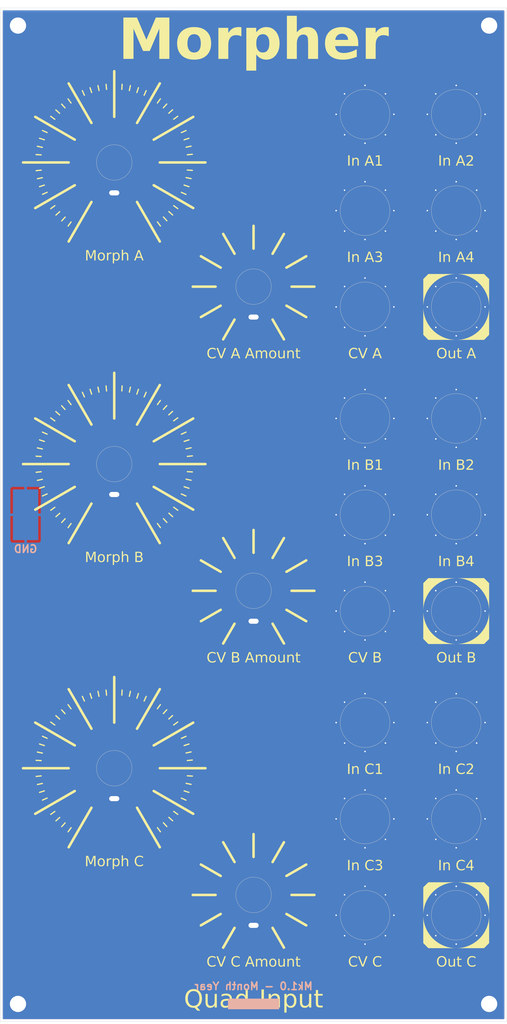
<source format=kicad_pcb>
(kicad_pcb (version 20240108) (generator "pcbnew") (generator_version "8.0")
  (title_block (title "Kosmo Format Front Panel - 10 cm") (company "DMH Instruments"))
  (layers (0 "F.Cu" signal) (31 "B.Cu" signal) (34 "B.Paste" user) (35 "F.Paste" user) (36 "B.SilkS" user "B.Silkscreen") (37 "F.SilkS" user "F.Silkscreen") (38 "B.Mask" user) (39 "F.Mask" user) (44 "Edge.Cuts" user))
  (property "Function" "")
  (net 0 "")
  (net 1 "GND")
  (footprint "SynthStuff:Pot_Cutout_Tiny" (layer "F.Cu") (at 100 205)
    (property "Reference" "H25")
    (property "Value" "CV C Amount" (at 0 13.3 0) (layer "F.SilkS") (effects (font (size 2 2))))
    (fp_line (start -7.499998 0) (end -12 0) (stroke (width 0.5)) (layer "F.SilkS"))
    (fp_line (start -6.49301 -3.753771) (end -10.394285 -5.996567) (stroke (width 0.5)) (layer "F.SilkS"))
    (fp_line (start -6.49301 3.753772) (end -10.394227 5.996669) (stroke (width 0.5)) (layer "F.SilkS"))
    (fp_line (start -3.753772 -6.49301) (end -5.996669 -10.394227) (stroke (width 0.5)) (layer "F.SilkS"))
    (fp_line (start -3.753771 6.49301) (end -5.996567 10.394285) (stroke (width 0.5)) (layer "F.SilkS"))
    (fp_line (start 0 -7.5) (end 0 -12) (stroke (width 0.5)) (layer "F.SilkS"))
    (fp_line (start 3.753771 -6.49301) (end 5.996567 -10.394285) (stroke (width 0.5)) (layer "F.SilkS"))
    (fp_line (start 3.753772 6.49301) (end 5.996669 10.394227) (stroke (width 0.5)) (layer "F.SilkS"))
    (fp_line (start 6.49301 -3.753772) (end 10.394227 -5.996669) (stroke (width 0.5)) (layer "F.SilkS"))
    (fp_line (start 6.49301 3.753771) (end 10.394285 5.996567) (stroke (width 0.5)) (layer "F.SilkS"))
    (fp_line (start 7.5 0) (end 12 0) (stroke (width 0.5)) (layer "F.SilkS"))
    (fp_circle (center 0 0) (end 0 3.5) (stroke (width 0.05)) (fill none) (layer "Edge.Cuts"))
    (pad "1" connect circle (at 0 0) (size 12 12) (layers "F.Cu" "F.Mask") (net 1 "GND"))
    (pad "1" connect circle (at 0 0) (size 12 12) (layers "B.Cu" "B.Mask") (net 1 "GND"))
    (pad "1" thru_hole oval (at 0 6) (size 2.5 1.5) (drill oval 2 1) (layers "*.Cu" "*.Mask") (net 1 "GND"))
  )
  (footprint "SynthStuff:MountingHole_Rails" (layer "F.Cu") (at 53.5 226.5)
    (property "Reference" "H3")
    (property "Value" "MountingHole_Rails" (hide yes))
    (pad "1" thru_hole circle (at 0 0) (size 4 4) (drill 3.2) (layers "*.Cu" "*.Mask") (net 1 "GND"))
  )
  (footprint "SynthStuff:Pot_Cutout_Tiny" (layer "F.Cu") (at 100 85)
    (property "Reference" "H13")
    (property "Value" "CV A Amount" (at 0 13.3 0) (layer "F.SilkS") (effects (font (size 2 2))))
    (fp_line (start -7.499998 0) (end -12 0) (stroke (width 0.5)) (layer "F.SilkS"))
    (fp_line (start -6.49301 -3.753771) (end -10.394285 -5.996567) (stroke (width 0.5)) (layer "F.SilkS"))
    (fp_line (start -6.49301 3.753772) (end -10.394227 5.996669) (stroke (width 0.5)) (layer "F.SilkS"))
    (fp_line (start -3.753772 -6.49301) (end -5.996669 -10.394227) (stroke (width 0.5)) (layer "F.SilkS"))
    (fp_line (start -3.753771 6.49301) (end -5.996567 10.394285) (stroke (width 0.5)) (layer "F.SilkS"))
    (fp_line (start 0 -7.5) (end 0 -12) (stroke (width 0.5)) (layer "F.SilkS"))
    (fp_line (start 3.753771 -6.49301) (end 5.996567 -10.394285) (stroke (width 0.5)) (layer "F.SilkS"))
    (fp_line (start 3.753772 6.49301) (end 5.996669 10.394227) (stroke (width 0.5)) (layer "F.SilkS"))
    (fp_line (start 6.49301 -3.753772) (end 10.394227 -5.996669) (stroke (width 0.5)) (layer "F.SilkS"))
    (fp_line (start 6.49301 3.753771) (end 10.394285 5.996567) (stroke (width 0.5)) (layer "F.SilkS"))
    (fp_line (start 7.5 0) (end 12 0) (stroke (width 0.5)) (layer "F.SilkS"))
    (fp_circle (center 0 0) (end 0 3.5) (stroke (width 0.05)) (fill none) (layer "Edge.Cuts"))
    (pad "1" connect circle (at 0 0) (size 12 12) (layers "F.Cu" "F.Mask") (net 1 "GND"))
    (pad "1" connect circle (at 0 0) (size 12 12) (layers "B.Cu" "B.Mask") (net 1 "GND"))
    (pad "1" thru_hole oval (at 0 6) (size 2.5 1.5) (drill oval 2 1) (layers "*.Cu" "*.Mask") (net 1 "GND"))
  )
  (footprint "SynthStuff:Jack_6.35mm_Cutout_v3" (layer "F.Cu") (at 140 51)
    (property "Reference" "H11")
    (property "Value" "In A2" (at 0 9.3 0) (layer "F.SilkS") (effects (font (size 2 2))))
    (fp_circle (center 0 0) (end 0 -4.9) (stroke (width 0.05)) (fill none) (layer "Edge.Cuts"))
    (pad "1" thru_hole circle (at -5.7 0) (size 0.5 0.5) (drill 0.3) (layers "*.Cu" "*.Mask") (net 1 "GND"))
    (pad "1" thru_hole circle (at -4.04 -4.03) (size 0.5 0.5) (drill 0.3) (layers "*.Cu" "*.Mask") (net 1 "GND"))
    (pad "1" thru_hole circle (at -4.03 4.04) (size 0.5 0.5) (drill 0.3) (layers "*.Cu" "*.Mask") (net 1 "GND"))
    (pad "1" thru_hole circle (at 0 -5.7) (size 0.5 0.5) (drill 0.3) (layers "*.Cu" "*.Mask") (net 1 "GND"))
    (pad "1" connect circle (at 0 0) (size 12 12) (layers "F.Cu" "F.Mask") (net 1 "GND"))
    (pad "1" connect circle (at 0 0) (size 12 12) (layers "B.Cu" "B.Mask") (net 1 "GND"))
    (pad "1" thru_hole circle (at 0 5.7) (size 0.5 0.5) (drill 0.3) (layers "*.Cu" "*.Mask") (net 1 "GND"))
    (pad "1" thru_hole circle (at 4.03 4.04) (size 0.5 0.5) (drill 0.3) (layers "*.Cu" "*.Mask") (net 1 "GND"))
    (pad "1" thru_hole circle (at 4.04 -4.03) (size 0.5 0.5) (drill 0.3) (layers "*.Cu" "*.Mask") (net 1 "GND"))
    (pad "1" thru_hole circle (at 5.7 0) (size 0.5 0.5) (drill 0.3) (layers "*.Cu" "*.Mask") (net 1 "GND"))
  )
  (footprint "SynthStuff:Jack_6.35mm_Cutout_v3" (layer "F.Cu") (at 122 130)
    (property "Reference" "H17")
    (property "Value" "In B3" (at 0 9.3 0) (layer "F.SilkS") (effects (font (size 2 2))))
    (fp_circle (center 0 0) (end 0 -4.9) (stroke (width 0.05)) (fill none) (layer "Edge.Cuts"))
    (pad "1" thru_hole circle (at -5.7 0) (size 0.5 0.5) (drill 0.3) (layers "*.Cu" "*.Mask") (net 1 "GND"))
    (pad "1" thru_hole circle (at -4.04 -4.03) (size 0.5 0.5) (drill 0.3) (layers "*.Cu" "*.Mask") (net 1 "GND"))
    (pad "1" thru_hole circle (at -4.03 4.04) (size 0.5 0.5) (drill 0.3) (layers "*.Cu" "*.Mask") (net 1 "GND"))
    (pad "1" thru_hole circle (at 0 -5.7) (size 0.5 0.5) (drill 0.3) (layers "*.Cu" "*.Mask") (net 1 "GND"))
    (pad "1" connect circle (at 0 0) (size 12 12) (layers "F.Cu" "F.Mask") (net 1 "GND"))
    (pad "1" connect circle (at 0 0) (size 12 12) (layers "B.Cu" "B.Mask") (net 1 "GND"))
    (pad "1" thru_hole circle (at 0 5.7) (size 0.5 0.5) (drill 0.3) (layers "*.Cu" "*.Mask") (net 1 "GND"))
    (pad "1" thru_hole circle (at 4.03 4.04) (size 0.5 0.5) (drill 0.3) (layers "*.Cu" "*.Mask") (net 1 "GND"))
    (pad "1" thru_hole circle (at 4.04 -4.03) (size 0.5 0.5) (drill 0.3) (layers "*.Cu" "*.Mask") (net 1 "GND"))
    (pad "1" thru_hole circle (at 5.7 0) (size 0.5 0.5) (drill 0.3) (layers "*.Cu" "*.Mask") (net 1 "GND"))
  )
  (footprint "SynthStuff:Jack_6.35mm_Cutout_v3" (layer "F.Cu") (at 140 190)
    (property "Reference" "H28")
    (property "Value" "In C4" (at 0 9.3 0) (layer "F.SilkS") (effects (font (size 2 2))))
    (fp_circle (center 0 0) (end 0 -4.9) (stroke (width 0.05)) (fill none) (layer "Edge.Cuts"))
    (pad "1" thru_hole circle (at -5.7 0) (size 0.5 0.5) (drill 0.3) (layers "*.Cu" "*.Mask") (net 1 "GND"))
    (pad "1" thru_hole circle (at -4.04 -4.03) (size 0.5 0.5) (drill 0.3) (layers "*.Cu" "*.Mask") (net 1 "GND"))
    (pad "1" thru_hole circle (at -4.03 4.04) (size 0.5 0.5) (drill 0.3) (layers "*.Cu" "*.Mask") (net 1 "GND"))
    (pad "1" thru_hole circle (at 0 -5.7) (size 0.5 0.5) (drill 0.3) (layers "*.Cu" "*.Mask") (net 1 "GND"))
    (pad "1" connect circle (at 0 0) (size 12 12) (layers "F.Cu" "F.Mask") (net 1 "GND"))
    (pad "1" connect circle (at 0 0) (size 12 12) (layers "B.Cu" "B.Mask") (net 1 "GND"))
    (pad "1" thru_hole circle (at 0 5.7) (size 0.5 0.5) (drill 0.3) (layers "*.Cu" "*.Mask") (net 1 "GND"))
    (pad "1" thru_hole circle (at 4.03 4.04) (size 0.5 0.5) (drill 0.3) (layers "*.Cu" "*.Mask") (net 1 "GND"))
    (pad "1" thru_hole circle (at 4.04 -4.03) (size 0.5 0.5) (drill 0.3) (layers "*.Cu" "*.Mask") (net 1 "GND"))
    (pad "1" thru_hole circle (at 5.7 0) (size 0.5 0.5) (drill 0.3) (layers "*.Cu" "*.Mask") (net 1 "GND"))
  )
  (footprint "SynthStuff:Jack_6.35mm_Cutout_v3" (layer "F.Cu") (at 122 89)
    (property "Reference" "H16")
    (property "Value" "CV A" (at 0 9.3 0) (layer "F.SilkS") (effects (font (size 2 2))))
    (fp_circle (center 0 0) (end 0 -4.9) (stroke (width 0.05)) (fill none) (layer "Edge.Cuts"))
    (pad "1" thru_hole circle (at -5.7 0) (size 0.5 0.5) (drill 0.3) (layers "*.Cu" "*.Mask") (net 1 "GND"))
    (pad "1" thru_hole circle (at -4.04 -4.03) (size 0.5 0.5) (drill 0.3) (layers "*.Cu" "*.Mask") (net 1 "GND"))
    (pad "1" thru_hole circle (at -4.03 4.04) (size 0.5 0.5) (drill 0.3) (layers "*.Cu" "*.Mask") (net 1 "GND"))
    (pad "1" thru_hole circle (at 0 -5.7) (size 0.5 0.5) (drill 0.3) (layers "*.Cu" "*.Mask") (net 1 "GND"))
    (pad "1" connect circle (at 0 0) (size 12 12) (layers "F.Cu" "F.Mask") (net 1 "GND"))
    (pad "1" connect circle (at 0 0) (size 12 12) (layers "B.Cu" "B.Mask") (net 1 "GND"))
    (pad "1" thru_hole circle (at 0 5.7) (size 0.5 0.5) (drill 0.3) (layers "*.Cu" "*.Mask") (net 1 "GND"))
    (pad "1" thru_hole circle (at 4.03 4.04) (size 0.5 0.5) (drill 0.3) (layers "*.Cu" "*.Mask") (net 1 "GND"))
    (pad "1" thru_hole circle (at 4.04 -4.03) (size 0.5 0.5) (drill 0.3) (layers "*.Cu" "*.Mask") (net 1 "GND"))
    (pad "1" thru_hole circle (at 5.7 0) (size 0.5 0.5) (drill 0.3) (layers "*.Cu" "*.Mask") (net 1 "GND"))
  )
  (footprint "SynthStuff:Jack_6.35mm_Cutout_v3" (layer "F.Cu") (at 122 209)
    (property "Reference" "H27")
    (property "Value" "CV C" (at 0 9.3 0) (layer "F.SilkS") (effects (font (size 2 2))))
    (fp_circle (center 0 0) (end 0 -4.9) (stroke (width 0.05)) (fill none) (layer "Edge.Cuts"))
    (pad "1" thru_hole circle (at -5.7 0) (size 0.5 0.5) (drill 0.3) (layers "*.Cu" "*.Mask") (net 1 "GND"))
    (pad "1" thru_hole circle (at -4.04 -4.03) (size 0.5 0.5) (drill 0.3) (layers "*.Cu" "*.Mask") (net 1 "GND"))
    (pad "1" thru_hole circle (at -4.03 4.04) (size 0.5 0.5) (drill 0.3) (layers "*.Cu" "*.Mask") (net 1 "GND"))
    (pad "1" thru_hole circle (at 0 -5.7) (size 0.5 0.5) (drill 0.3) (layers "*.Cu" "*.Mask") (net 1 "GND"))
    (pad "1" connect circle (at 0 0) (size 12 12) (layers "F.Cu" "F.Mask") (net 1 "GND"))
    (pad "1" connect circle (at 0 0) (size 12 12) (layers "B.Cu" "B.Mask") (net 1 "GND"))
    (pad "1" thru_hole circle (at 0 5.7) (size 0.5 0.5) (drill 0.3) (layers "*.Cu" "*.Mask") (net 1 "GND"))
    (pad "1" thru_hole circle (at 4.03 4.04) (size 0.5 0.5) (drill 0.3) (layers "*.Cu" "*.Mask") (net 1 "GND"))
    (pad "1" thru_hole circle (at 4.04 -4.03) (size 0.5 0.5) (drill 0.3) (layers "*.Cu" "*.Mask") (net 1 "GND"))
    (pad "1" thru_hole circle (at 5.7 0) (size 0.5 0.5) (drill 0.3) (layers "*.Cu" "*.Mask") (net 1 "GND"))
  )
  (footprint "SynthStuff:Jack_6.35mm_Cutout_Output_v6" (layer "F.Cu") (at 140 89)
    (property "Reference" "H6")
    (property "Value" "Out A" (at 0 9.3 0) (layer "F.SilkS") (effects (font (size 2 2))))
    (fp_poly (pts (xy -6.5 5.5) (arc (start -6.5 0) (mid -4.596194 4.596194) (end 0 6.5)) (xy -5.5 6.5)) (fill solid) (layer "F.SilkS"))
    (fp_poly (pts (xy -5.5 -6.5) (arc (start 0 -6.5) (mid -4.596194 -4.596194) (end -6.5 0)) (xy -6.5 -5.5)) (fill solid) (layer "F.SilkS"))
    (fp_poly (pts (xy 5.5 6.5) (arc (start 0 6.5) (mid 4.596194 4.596194) (end 6.5 0)) (xy 6.5 5.5)) (fill solid) (layer "F.SilkS"))
    (fp_poly (pts (xy 6.5 -5.5) (arc (start 6.5 0) (mid 4.596194 -4.596194) (end 0 -6.5)) (xy 5.5 -6.5)) (fill solid) (layer "F.SilkS"))
    (fp_circle (center 0 0) (end 0 -4.9) (stroke (width 0.05)) (fill none) (layer "Edge.Cuts"))
    (pad "1" thru_hole circle (at -5.7 0) (size 0.5 0.5) (drill 0.3) (layers "*.Cu" "*.Mask") (net 1 "GND"))
    (pad "1" thru_hole circle (at -4.04 -4.03) (size 0.5 0.5) (drill 0.3) (layers "*.Cu" "*.Mask") (net 1 "GND"))
    (pad "1" thru_hole circle (at -4.03 4.04) (size 0.5 0.5) (drill 0.3) (layers "*.Cu" "*.Mask") (net 1 "GND"))
    (pad "1" thru_hole circle (at 0 -5.7) (size 0.5 0.5) (drill 0.3) (layers "*.Cu" "*.Mask") (net 1 "GND"))
    (pad "1" connect circle (at 0 0) (size 12 12) (layers "F.Cu" "F.Mask") (net 1 "GND"))
    (pad "1" connect circle (at 0 0) (size 12 12) (layers "B.Cu" "B.Mask") (net 1 "GND"))
    (pad "1" thru_hole circle (at 0 5.7) (size 0.5 0.5) (drill 0.3) (layers "*.Cu" "*.Mask") (net 1 "GND"))
    (pad "1" thru_hole circle (at 4.03 4.04) (size 0.5 0.5) (drill 0.3) (layers "*.Cu" "*.Mask") (net 1 "GND"))
    (pad "1" thru_hole circle (at 4.04 -4.03) (size 0.5 0.5) (drill 0.3) (layers "*.Cu" "*.Mask") (net 1 "GND"))
    (pad "1" thru_hole circle (at 5.7 0) (size 0.5 0.5) (drill 0.3) (layers "*.Cu" "*.Mask") (net 1 "GND"))
  )
  (footprint "SynthStuff:Jack_6.35mm_Cutout_v3" (layer "F.Cu") (at 122 111)
    (property "Reference" "H8")
    (property "Value" "In B1" (at 0 9.3 0) (layer "F.SilkS") (effects (font (size 2 2))))
    (fp_circle (center 0 0) (end 0 -4.9) (stroke (width 0.05)) (fill none) (layer "Edge.Cuts"))
    (pad "1" thru_hole circle (at -5.7 0) (size 0.5 0.5) (drill 0.3) (layers "*.Cu" "*.Mask") (net 1 "GND"))
    (pad "1" thru_hole circle (at -4.04 -4.03) (size 0.5 0.5) (drill 0.3) (layers "*.Cu" "*.Mask") (net 1 "GND"))
    (pad "1" thru_hole circle (at -4.03 4.04) (size 0.5 0.5) (drill 0.3) (layers "*.Cu" "*.Mask") (net 1 "GND"))
    (pad "1" thru_hole circle (at 0 -5.7) (size 0.5 0.5) (drill 0.3) (layers "*.Cu" "*.Mask") (net 1 "GND"))
    (pad "1" connect circle (at 0 0) (size 12 12) (layers "F.Cu" "F.Mask") (net 1 "GND"))
    (pad "1" connect circle (at 0 0) (size 12 12) (layers "B.Cu" "B.Mask") (net 1 "GND"))
    (pad "1" thru_hole circle (at 0 5.7) (size 0.5 0.5) (drill 0.3) (layers "*.Cu" "*.Mask") (net 1 "GND"))
    (pad "1" thru_hole circle (at 4.03 4.04) (size 0.5 0.5) (drill 0.3) (layers "*.Cu" "*.Mask") (net 1 "GND"))
    (pad "1" thru_hole circle (at 4.04 -4.03) (size 0.5 0.5) (drill 0.3) (layers "*.Cu" "*.Mask") (net 1 "GND"))
    (pad "1" thru_hole circle (at 5.7 0) (size 0.5 0.5) (drill 0.3) (layers "*.Cu" "*.Mask") (net 1 "GND"))
  )
  (footprint "SynthStuff:Jack_6.35mm_Cutout_Output_v6" (layer "F.Cu") (at 140 209)
    (property "Reference" "H22")
    (property "Value" "Out C" (at 0 9.3 0) (layer "F.SilkS") (effects (font (size 2 2))))
    (fp_poly (pts (xy -6.5 5.5) (arc (start -6.5 0) (mid -4.596194 4.596194) (end 0 6.5)) (xy -5.5 6.5)) (fill solid) (layer "F.SilkS"))
    (fp_poly (pts (xy -5.5 -6.5) (arc (start 0 -6.5) (mid -4.596194 -4.596194) (end -6.5 0)) (xy -6.5 -5.5)) (fill solid) (layer "F.SilkS"))
    (fp_poly (pts (xy 5.5 6.5) (arc (start 0 6.5) (mid 4.596194 4.596194) (end 6.5 0)) (xy 6.5 5.5)) (fill solid) (layer "F.SilkS"))
    (fp_poly (pts (xy 6.5 -5.5) (arc (start 6.5 0) (mid 4.596194 -4.596194) (end 0 -6.5)) (xy 5.5 -6.5)) (fill solid) (layer "F.SilkS"))
    (fp_circle (center 0 0) (end 0 -4.9) (stroke (width 0.05)) (fill none) (layer "Edge.Cuts"))
    (pad "1" thru_hole circle (at -5.7 0) (size 0.5 0.5) (drill 0.3) (layers "*.Cu" "*.Mask") (net 1 "GND"))
    (pad "1" thru_hole circle (at -4.04 -4.03) (size 0.5 0.5) (drill 0.3) (layers "*.Cu" "*.Mask") (net 1 "GND"))
    (pad "1" thru_hole circle (at -4.03 4.04) (size 0.5 0.5) (drill 0.3) (layers "*.Cu" "*.Mask") (net 1 "GND"))
    (pad "1" thru_hole circle (at 0 -5.7) (size 0.5 0.5) (drill 0.3) (layers "*.Cu" "*.Mask") (net 1 "GND"))
    (pad "1" connect circle (at 0 0) (size 12 12) (layers "F.Cu" "F.Mask") (net 1 "GND"))
    (pad "1" connect circle (at 0 0) (size 12 12) (layers "B.Cu" "B.Mask") (net 1 "GND"))
    (pad "1" thru_hole circle (at 0 5.7) (size 0.5 0.5) (drill 0.3) (layers "*.Cu" "*.Mask") (net 1 "GND"))
    (pad "1" thru_hole circle (at 4.03 4.04) (size 0.5 0.5) (drill 0.3) (layers "*.Cu" "*.Mask") (net 1 "GND"))
    (pad "1" thru_hole circle (at 4.04 -4.03) (size 0.5 0.5) (drill 0.3) (layers "*.Cu" "*.Mask") (net 1 "GND"))
    (pad "1" thru_hole circle (at 5.7 0) (size 0.5 0.5) (drill 0.3) (layers "*.Cu" "*.Mask") (net 1 "GND"))
  )
  (footprint "SynthStuff:Jack_6.35mm_Cutout_v3" (layer "F.Cu") (at 140 70)
    (property "Reference" "H19")
    (property "Value" "In A4" (at 0 9.3 0) (layer "F.SilkS") (effects (font (size 2 2))))
    (fp_circle (center 0 0) (end 0 -4.9) (stroke (width 0.05)) (fill none) (layer "Edge.Cuts"))
    (pad "1" thru_hole circle (at -5.7 0) (size 0.5 0.5) (drill 0.3) (layers "*.Cu" "*.Mask") (net 1 "GND"))
    (pad "1" thru_hole circle (at -4.04 -4.03) (size 0.5 0.5) (drill 0.3) (layers "*.Cu" "*.Mask") (net 1 "GND"))
    (pad "1" thru_hole circle (at -4.03 4.04) (size 0.5 0.5) (drill 0.3) (layers "*.Cu" "*.Mask") (net 1 "GND"))
    (pad "1" thru_hole circle (at 0 -5.7) (size 0.5 0.5) (drill 0.3) (layers "*.Cu" "*.Mask") (net 1 "GND"))
    (pad "1" connect circle (at 0 0) (size 12 12) (layers "F.Cu" "F.Mask") (net 1 "GND"))
    (pad "1" connect circle (at 0 0) (size 12 12) (layers "B.Cu" "B.Mask") (net 1 "GND"))
    (pad "1" thru_hole circle (at 0 5.7) (size 0.5 0.5) (drill 0.3) (layers "*.Cu" "*.Mask") (net 1 "GND"))
    (pad "1" thru_hole circle (at 4.03 4.04) (size 0.5 0.5) (drill 0.3) (layers "*.Cu" "*.Mask") (net 1 "GND"))
    (pad "1" thru_hole circle (at 4.04 -4.03) (size 0.5 0.5) (drill 0.3) (layers "*.Cu" "*.Mask") (net 1 "GND"))
    (pad "1" thru_hole circle (at 5.7 0) (size 0.5 0.5) (drill 0.3) (layers "*.Cu" "*.Mask") (net 1 "GND"))
  )
  (footprint "SynthStuff:Jack_6.35mm_Cutout_v3" (layer "F.Cu") (at 122 149)
    (property "Reference" "H18")
    (property "Value" "CV B" (at 0 9.3 0) (layer "F.SilkS") (effects (font (size 2 2))))
    (fp_circle (center 0 0) (end 0 -4.9) (stroke (width 0.05)) (fill none) (layer "Edge.Cuts"))
    (pad "1" thru_hole circle (at -5.7 0) (size 0.5 0.5) (drill 0.3) (layers "*.Cu" "*.Mask") (net 1 "GND"))
    (pad "1" thru_hole circle (at -4.04 -4.03) (size 0.5 0.5) (drill 0.3) (layers "*.Cu" "*.Mask") (net 1 "GND"))
    (pad "1" thru_hole circle (at -4.03 4.04) (size 0.5 0.5) (drill 0.3) (layers "*.Cu" "*.Mask") (net 1 "GND"))
    (pad "1" thru_hole circle (at 0 -5.7) (size 0.5 0.5) (drill 0.3) (layers "*.Cu" "*.Mask") (net 1 "GND"))
    (pad "1" connect circle (at 0 0) (size 12 12) (layers "F.Cu" "F.Mask") (net 1 "GND"))
    (pad "1" connect circle (at 0 0) (size 12 12) (layers "B.Cu" "B.Mask") (net 1 "GND"))
    (pad "1" thru_hole circle (at 0 5.7) (size 0.5 0.5) (drill 0.3) (layers "*.Cu" "*.Mask") (net 1 "GND"))
    (pad "1" thru_hole circle (at 4.03 4.04) (size 0.5 0.5) (drill 0.3) (layers "*.Cu" "*.Mask") (net 1 "GND"))
    (pad "1" thru_hole circle (at 4.04 -4.03) (size 0.5 0.5) (drill 0.3) (layers "*.Cu" "*.Mask") (net 1 "GND"))
    (pad "1" thru_hole circle (at 5.7 0) (size 0.5 0.5) (drill 0.3) (layers "*.Cu" "*.Mask") (net 1 "GND"))
  )
  (footprint "SynthStuff:Jack_6.35mm_Cutout_v3" (layer "F.Cu") (at 122 190)
    (property "Reference" "H26")
    (property "Value" "In C3" (at 0 9.3 0) (layer "F.SilkS") (effects (font (size 2 2))))
    (fp_circle (center 0 0) (end 0 -4.9) (stroke (width 0.05)) (fill none) (layer "Edge.Cuts"))
    (pad "1" thru_hole circle (at -5.7 0) (size 0.5 0.5) (drill 0.3) (layers "*.Cu" "*.Mask") (net 1 "GND"))
    (pad "1" thru_hole circle (at -4.04 -4.03) (size 0.5 0.5) (drill 0.3) (layers "*.Cu" "*.Mask") (net 1 "GND"))
    (pad "1" thru_hole circle (at -4.03 4.04) (size 0.5 0.5) (drill 0.3) (layers "*.Cu" "*.Mask") (net 1 "GND"))
    (pad "1" thru_hole circle (at 0 -5.7) (size 0.5 0.5) (drill 0.3) (layers "*.Cu" "*.Mask") (net 1 "GND"))
    (pad "1" connect circle (at 0 0) (size 12 12) (layers "F.Cu" "F.Mask") (net 1 "GND"))
    (pad "1" connect circle (at 0 0) (size 12 12) (layers "B.Cu" "B.Mask") (net 1 "GND"))
    (pad "1" thru_hole circle (at 0 5.7) (size 0.5 0.5) (drill 0.3) (layers "*.Cu" "*.Mask") (net 1 "GND"))
    (pad "1" thru_hole circle (at 4.03 4.04) (size 0.5 0.5) (drill 0.3) (layers "*.Cu" "*.Mask") (net 1 "GND"))
    (pad "1" thru_hole circle (at 4.04 -4.03) (size 0.5 0.5) (drill 0.3) (layers "*.Cu" "*.Mask") (net 1 "GND"))
    (pad "1" thru_hole circle (at 5.7 0) (size 0.5 0.5) (drill 0.3) (layers "*.Cu" "*.Mask") (net 1 "GND"))
  )
  (footprint "SynthStuff:Jack_6.35mm_Cutout_v3" (layer "F.Cu") (at 122 51)
    (property "Reference" "H5")
    (property "Value" "In A1" (at 0 9.3 0) (layer "F.SilkS") (effects (font (size 2 2))))
    (fp_circle (center 0 0) (end 0 -4.9) (stroke (width 0.05)) (fill none) (layer "Edge.Cuts"))
    (pad "1" thru_hole circle (at -5.7 0) (size 0.5 0.5) (drill 0.3) (layers "*.Cu" "*.Mask") (net 1 "GND"))
    (pad "1" thru_hole circle (at -4.04 -4.03) (size 0.5 0.5) (drill 0.3) (layers "*.Cu" "*.Mask") (net 1 "GND"))
    (pad "1" thru_hole circle (at -4.03 4.04) (size 0.5 0.5) (drill 0.3) (layers "*.Cu" "*.Mask") (net 1 "GND"))
    (pad "1" thru_hole circle (at 0 -5.7) (size 0.5 0.5) (drill 0.3) (layers "*.Cu" "*.Mask") (net 1 "GND"))
    (pad "1" connect circle (at 0 0) (size 12 12) (layers "F.Cu" "F.Mask") (net 1 "GND"))
    (pad "1" connect circle (at 0 0) (size 12 12) (layers "B.Cu" "B.Mask") (net 1 "GND"))
    (pad "1" thru_hole circle (at 0 5.7) (size 0.5 0.5) (drill 0.3) (layers "*.Cu" "*.Mask") (net 1 "GND"))
    (pad "1" thru_hole circle (at 4.03 4.04) (size 0.5 0.5) (drill 0.3) (layers "*.Cu" "*.Mask") (net 1 "GND"))
    (pad "1" thru_hole circle (at 4.04 -4.03) (size 0.5 0.5) (drill 0.3) (layers "*.Cu" "*.Mask") (net 1 "GND"))
    (pad "1" thru_hole circle (at 5.7 0) (size 0.5 0.5) (drill 0.3) (layers "*.Cu" "*.Mask") (net 1 "GND"))
  )
  (footprint "SynthStuff:Pot_Cutout_Medium_v2" (layer "F.Cu") (at 72.5 180)
    (property "Reference" "H23")
    (property "Value" "Morph C" (at 0 18.5 0) (layer "F.SilkS") (effects (font (size 2 2))))
    (fp_line (start -15.59134 -8.995004) (end -7.795669 -4.497502) (stroke (width 0.5)) (layer "F.SilkS"))
    (fp_line (start -15.591339 8.995006) (end -7.795668 4.497502) (stroke (width 0.5)) (layer "F.SilkS"))
    (fp_line (start -14.422248 -1.499585) (end -15.422297 -1.553297) (stroke (width 0.25)) (layer "F.SilkS"))
    (fp_line (start -14.420762 1.513781) (end -15.415618 1.618213) (stroke (width 0.25)) (layer "F.SilkS"))
    (fp_line (start -14.189827 -2.983088) (end -15.168751 -3.188884) (stroke (width 0.25)) (layer "F.SilkS"))
    (fp_line (start -14.184996 3.005963) (end -15.163586 3.213337) (stroke (width 0.25)) (layer "F.SilkS"))
    (fp_line (start -13.795505 -4.464755) (end -14.747226 -4.772768) (stroke (width 0.25)) (layer "F.SilkS"))
    (fp_line (start -13.795256 4.465516) (end -14.746959 4.773582) (stroke (width 0.25)) (layer "F.SilkS"))
    (fp_line (start -13.250603 5.888244) (end -14.164734 6.294461) (stroke (width 0.25)) (layer "F.SilkS"))
    (fp_line (start -13.246934 -5.896501) (end -14.16081 -6.303287) (stroke (width 0.25)) (layer "F.SilkS"))
    (fp_line (start -11.733619 -8.51893) (end -12.543094 -9.106631) (stroke (width 0.25)) (layer "F.SilkS"))
    (fp_line (start -11.727755 8.526998) (end -12.536827 9.115257) (stroke (width 0.25)) (layer "F.SilkS"))
    (fp_line (start -10.782189 -9.69507) (end -11.526027 -10.36391) (stroke (width 0.25)) (layer "F.SilkS"))
    (fp_line (start -10.765681 9.713397) (end -11.50838 10.383502) (stroke (width 0.25)) (layer "F.SilkS"))
    (fp_line (start -9.713397 -10.765681) (end -10.383502 -11.50838) (stroke (width 0.25)) (layer "F.SilkS"))
    (fp_line (start -9.69507 10.782189) (end -10.36391 11.526027) (stroke (width 0.25)) (layer "F.SilkS"))
    (fp_line (start -9 0) (end -18 0) (stroke (width 0.5)) (layer "F.SilkS"))
    (fp_line (start -8.995006 -15.591339) (end -4.497502 -7.795668) (stroke (width 0.5)) (layer "F.SilkS"))
    (fp_line (start -8.995004 15.59134) (end -4.497502 7.795669) (stroke (width 0.5)) (layer "F.SilkS"))
    (fp_line (start -8.526998 -11.727755) (end -9.115257 -12.536827) (stroke (width 0.25)) (layer "F.SilkS"))
    (fp_line (start -8.51893 11.733619) (end -9.106631 12.543094) (stroke (width 0.25)) (layer "F.SilkS"))
    (fp_line (start -5.888244 -13.250603) (end -6.294461 -14.164734) (stroke (width 0.25)) (layer "F.SilkS"))
    (fp_line (start -4.465516 -13.795256) (end -4.773582 -14.746959) (stroke (width 0.25)) (layer "F.SilkS"))
    (fp_line (start -3.005963 -14.184996) (end -3.213337 -15.163586) (stroke (width 0.25)) (layer "F.SilkS"))
    (fp_line (start -1.513781 -14.420762) (end -1.618213 -15.415618) (stroke (width 0.25)) (layer "F.SilkS"))
    (fp_line (start 0 -9) (end 0 -18) (stroke (width 0.5)) (layer "F.SilkS"))
    (fp_line (start 1.499585 -14.422248) (end 1.553297 -15.422297) (stroke (width 0.25)) (layer "F.SilkS"))
    (fp_line (start 2.983088 -14.189827) (end 3.188884 -15.168751) (stroke (width 0.25)) (layer "F.SilkS"))
    (fp_line (start 4.464755 -13.795505) (end 4.772768 -14.747226) (stroke (width 0.25)) (layer "F.SilkS"))
    (fp_line (start 5.896501 -13.246934) (end 6.303287 -14.16081) (stroke (width 0.25)) (layer "F.SilkS"))
    (fp_line (start 8.51893 -11.733619) (end 9.106631 -12.543094) (stroke (width 0.25)) (layer "F.SilkS"))
    (fp_line (start 8.526998 11.727755) (end 9.115257 12.536827) (stroke (width 0.25)) (layer "F.SilkS"))
    (fp_line (start 8.995004 -15.59134) (end 4.497502 -7.795669) (stroke (width 0.5)) (layer "F.SilkS"))
    (fp_line (start 8.995006 15.591339) (end 4.497502 7.795668) (stroke (width 0.5)) (layer "F.SilkS"))
    (fp_line (start 9 0) (end 18 0) (stroke (width 0.5)) (layer "F.SilkS"))
    (fp_line (start 9.69507 -10.782189) (end 10.36391 -11.526027) (stroke (width 0.25)) (layer "F.SilkS"))
    (fp_line (start 9.713397 10.765681) (end 10.383502 11.50838) (stroke (width 0.25)) (layer "F.SilkS"))
    (fp_line (start 10.765681 -9.713397) (end 11.50838 -10.383502) (stroke (width 0.25)) (layer "F.SilkS"))
    (fp_line (start 10.782189 9.69507) (end 11.526027 10.36391) (stroke (width 0.25)) (layer "F.SilkS"))
    (fp_line (start 11.727755 -8.526998) (end 12.536827 -9.115257) (stroke (width 0.25)) (layer "F.SilkS"))
    (fp_line (start 11.733619 8.51893) (end 12.543094 9.106631) (stroke (width 0.25)) (layer "F.SilkS"))
    (fp_line (start 13.246934 5.896501) (end 14.16081 6.303287) (stroke (width 0.25)) (layer "F.SilkS"))
    (fp_line (start 13.250603 -5.888244) (end 14.164734 -6.294461) (stroke (width 0.25)) (layer "F.SilkS"))
    (fp_line (start 13.795256 -4.465516) (end 14.746959 -4.773582) (stroke (width 0.25)) (layer "F.SilkS"))
    (fp_line (start 13.795505 4.464755) (end 14.747226 4.772768) (stroke (width 0.25)) (layer "F.SilkS"))
    (fp_line (start 14.184996 -3.005963) (end 15.163586 -3.213337) (stroke (width 0.25)) (layer "F.SilkS"))
    (fp_line (start 14.189827 2.983088) (end 15.168751 3.188884) (stroke (width 0.25)) (layer "F.SilkS"))
    (fp_line (start 14.420762 -1.513781) (end 15.415618 -1.618213) (stroke (width 0.25)) (layer "F.SilkS"))
    (fp_line (start 14.422248 1.499585) (end 15.422297 1.553297) (stroke (width 0.25)) (layer "F.SilkS"))
    (fp_line (start 15.591339 -8.995006) (end 7.795668 -4.497502) (stroke (width 0.5)) (layer "F.SilkS"))
    (fp_line (start 15.59134 8.995004) (end 7.795669 4.497502) (stroke (width 0.5)) (layer "F.SilkS"))
    (fp_circle (center 0 0) (end 0 3.5) (stroke (width 0.05)) (fill none) (layer "Edge.Cuts"))
    (pad "1" connect circle (at 0 0) (size 12 12) (layers "F.Cu" "F.Mask") (net 1 "GND"))
    (pad "1" connect circle (at 0 0) (size 12 12) (layers "B.Cu" "B.Mask") (net 1 "GND"))
    (pad "1" thru_hole oval (at 0 6) (size 2.5 1.5) (drill oval 2 1) (layers "*.Cu" "*.Mask") (net 1 "GND"))
  )
  (footprint "SynthStuff:Jack_6.35mm_Cutout_v3" (layer "F.Cu") (at 140 111)
    (property "Reference" "H12")
    (property "Value" "In B2" (at 0 9.3 0) (layer "F.SilkS") (effects (font (size 2 2))))
    (fp_circle (center 0 0) (end 0 -4.9) (stroke (width 0.05)) (fill none) (layer "Edge.Cuts"))
    (pad "1" thru_hole circle (at -5.7 0) (size 0.5 0.5) (drill 0.3) (layers "*.Cu" "*.Mask") (net 1 "GND"))
    (pad "1" thru_hole circle (at -4.04 -4.03) (size 0.5 0.5) (drill 0.3) (layers "*.Cu" "*.Mask") (net 1 "GND"))
    (pad "1" thru_hole circle (at -4.03 4.04) (size 0.5 0.5) (drill 0.3) (layers "*.Cu" "*.Mask") (net 1 "GND"))
    (pad "1" thru_hole circle (at 0 -5.7) (size 0.5 0.5) (drill 0.3) (layers "*.Cu" "*.Mask") (net 1 "GND"))
    (pad "1" connect circle (at 0 0) (size 12 12) (layers "F.Cu" "F.Mask") (net 1 "GND"))
    (pad "1" connect circle (at 0 0) (size 12 12) (layers "B.Cu" "B.Mask") (net 1 "GND"))
    (pad "1" thru_hole circle (at 0 5.7) (size 0.5 0.5) (drill 0.3) (layers "*.Cu" "*.Mask") (net 1 "GND"))
    (pad "1" thru_hole circle (at 4.03 4.04) (size 0.5 0.5) (drill 0.3) (layers "*.Cu" "*.Mask") (net 1 "GND"))
    (pad "1" thru_hole circle (at 4.04 -4.03) (size 0.5 0.5) (drill 0.3) (layers "*.Cu" "*.Mask") (net 1 "GND"))
    (pad "1" thru_hole circle (at 5.7 0) (size 0.5 0.5) (drill 0.3) (layers "*.Cu" "*.Mask") (net 1 "GND"))
  )
  (footprint "SynthStuff:Pot_Cutout_Medium_v2" (layer "F.Cu") (at 72.5 120)
    (property "Reference" "H10")
    (property "Value" "Morph B" (at 0 18.5 0) (layer "F.SilkS") (effects (font (size 2 2))))
    (fp_line (start -15.59134 -8.995004) (end -7.795669 -4.497502) (stroke (width 0.5)) (layer "F.SilkS"))
    (fp_line (start -15.591339 8.995006) (end -7.795668 4.497502) (stroke (width 0.5)) (layer "F.SilkS"))
    (fp_line (start -14.422248 -1.499585) (end -15.422297 -1.553297) (stroke (width 0.25)) (layer "F.SilkS"))
    (fp_line (start -14.420762 1.513781) (end -15.415618 1.618213) (stroke (width 0.25)) (layer "F.SilkS"))
    (fp_line (start -14.189827 -2.983088) (end -15.168751 -3.188884) (stroke (width 0.25)) (layer "F.SilkS"))
    (fp_line (start -14.184996 3.005963) (end -15.163586 3.213337) (stroke (width 0.25)) (layer "F.SilkS"))
    (fp_line (start -13.795505 -4.464755) (end -14.747226 -4.772768) (stroke (width 0.25)) (layer "F.SilkS"))
    (fp_line (start -13.795256 4.465516) (end -14.746959 4.773582) (stroke (width 0.25)) (layer "F.SilkS"))
    (fp_line (start -13.250603 5.888244) (end -14.164734 6.294461) (stroke (width 0.25)) (layer "F.SilkS"))
    (fp_line (start -13.246934 -5.896501) (end -14.16081 -6.303287) (stroke (width 0.25)) (layer "F.SilkS"))
    (fp_line (start -11.733619 -8.51893) (end -12.543094 -9.106631) (stroke (width 0.25)) (layer "F.SilkS"))
    (fp_line (start -11.727755 8.526998) (end -12.536827 9.115257) (stroke (width 0.25)) (layer "F.SilkS"))
    (fp_line (start -10.782189 -9.69507) (end -11.526027 -10.36391) (stroke (width 0.25)) (layer "F.SilkS"))
    (fp_line (start -10.765681 9.713397) (end -11.50838 10.383502) (stroke (width 0.25)) (layer "F.SilkS"))
    (fp_line (start -9.713397 -10.765681) (end -10.383502 -11.50838) (stroke (width 0.25)) (layer "F.SilkS"))
    (fp_line (start -9.69507 10.782189) (end -10.36391 11.526027) (stroke (width 0.25)) (layer "F.SilkS"))
    (fp_line (start -9 0) (end -18 0) (stroke (width 0.5)) (layer "F.SilkS"))
    (fp_line (start -8.995006 -15.591339) (end -4.497502 -7.795668) (stroke (width 0.5)) (layer "F.SilkS"))
    (fp_line (start -8.995004 15.59134) (end -4.497502 7.795669) (stroke (width 0.5)) (layer "F.SilkS"))
    (fp_line (start -8.526998 -11.727755) (end -9.115257 -12.536827) (stroke (width 0.25)) (layer "F.SilkS"))
    (fp_line (start -8.51893 11.733619) (end -9.106631 12.543094) (stroke (width 0.25)) (layer "F.SilkS"))
    (fp_line (start -5.888244 -13.250603) (end -6.294461 -14.164734) (stroke (width 0.25)) (layer "F.SilkS"))
    (fp_line (start -4.465516 -13.795256) (end -4.773582 -14.746959) (stroke (width 0.25)) (layer "F.SilkS"))
    (fp_line (start -3.005963 -14.184996) (end -3.213337 -15.163586) (stroke (width 0.25)) (layer "F.SilkS"))
    (fp_line (start -1.513781 -14.420762) (end -1.618213 -15.415618) (stroke (width 0.25)) (layer "F.SilkS"))
    (fp_line (start 0 -9) (end 0 -18) (stroke (width 0.5)) (layer "F.SilkS"))
    (fp_line (start 1.499585 -14.422248) (end 1.553297 -15.422297) (stroke (width 0.25)) (layer "F.SilkS"))
    (fp_line (start 2.983088 -14.189827) (end 3.188884 -15.168751) (stroke (width 0.25)) (layer "F.SilkS"))
    (fp_line (start 4.464755 -13.795505) (end 4.772768 -14.747226) (stroke (width 0.25)) (layer "F.SilkS"))
    (fp_line (start 5.896501 -13.246934) (end 6.303287 -14.16081) (stroke (width 0.25)) (layer "F.SilkS"))
    (fp_line (start 8.51893 -11.733619) (end 9.106631 -12.543094) (stroke (width 0.25)) (layer "F.SilkS"))
    (fp_line (start 8.526998 11.727755) (end 9.115257 12.536827) (stroke (width 0.25)) (layer "F.SilkS"))
    (fp_line (start 8.995004 -15.59134) (end 4.497502 -7.795669) (stroke (width 0.5)) (layer "F.SilkS"))
    (fp_line (start 8.995006 15.591339) (end 4.497502 7.795668) (stroke (width 0.5)) (layer "F.SilkS"))
    (fp_line (start 9 0) (end 18 0) (stroke (width 0.5)) (layer "F.SilkS"))
    (fp_line (start 9.69507 -10.782189) (end 10.36391 -11.526027) (stroke (width 0.25)) (layer "F.SilkS"))
    (fp_line (start 9.713397 10.765681) (end 10.383502 11.50838) (stroke (width 0.25)) (layer "F.SilkS"))
    (fp_line (start 10.765681 -9.713397) (end 11.50838 -10.383502) (stroke (width 0.25)) (layer "F.SilkS"))
    (fp_line (start 10.782189 9.69507) (end 11.526027 10.36391) (stroke (width 0.25)) (layer "F.SilkS"))
    (fp_line (start 11.727755 -8.526998) (end 12.536827 -9.115257) (stroke (width 0.25)) (layer "F.SilkS"))
    (fp_line (start 11.733619 8.51893) (end 12.543094 9.106631) (stroke (width 0.25)) (layer "F.SilkS"))
    (fp_line (start 13.246934 5.896501) (end 14.16081 6.303287) (stroke (width 0.25)) (layer "F.SilkS"))
    (fp_line (start 13.250603 -5.888244) (end 14.164734 -6.294461) (stroke (width 0.25)) (layer "F.SilkS"))
    (fp_line (start 13.795256 -4.465516) (end 14.746959 -4.773582) (stroke (width 0.25)) (layer "F.SilkS"))
    (fp_line (start 13.795505 4.464755) (end 14.747226 4.772768) (stroke (width 0.25)) (layer "F.SilkS"))
    (fp_line (start 14.184996 -3.005963) (end 15.163586 -3.213337) (stroke (width 0.25)) (layer "F.SilkS"))
    (fp_line (start 14.189827 2.983088) (end 15.168751 3.188884) (stroke (width 0.25)) (layer "F.SilkS"))
    (fp_line (start 14.420762 -1.513781) (end 15.415618 -1.618213) (stroke (width 0.25)) (layer "F.SilkS"))
    (fp_line (start 14.422248 1.499585) (end 15.422297 1.553297) (stroke (width 0.25)) (layer "F.SilkS"))
    (fp_line (start 15.591339 -8.995006) (end 7.795668 -4.497502) (stroke (width 0.5)) (layer "F.SilkS"))
    (fp_line (start 15.59134 8.995004) (end 7.795669 4.497502) (stroke (width 0.5)) (layer "F.SilkS"))
    (fp_circle (center 0 0) (end 0 3.5) (stroke (width 0.05)) (fill none) (layer "Edge.Cuts"))
    (pad "1" connect circle (at 0 0) (size 12 12) (layers "F.Cu" "F.Mask") (net 1 "GND"))
    (pad "1" connect circle (at 0 0) (size 12 12) (layers "B.Cu" "B.Mask") (net 1 "GND"))
    (pad "1" thru_hole oval (at 0 6) (size 2.5 1.5) (drill oval 2 1) (layers "*.Cu" "*.Mask") (net 1 "GND"))
  )
  (footprint "SynthStuff:Jack_6.35mm_Cutout_v3" (layer "F.Cu") (at 140 171)
    (property "Reference" "H24")
    (property "Value" "In C2" (at 0 9.3 0) (layer "F.SilkS") (effects (font (size 2 2))))
    (fp_circle (center 0 0) (end 0 -4.9) (stroke (width 0.05)) (fill none) (layer "Edge.Cuts"))
    (pad "1" thru_hole circle (at -5.7 0) (size 0.5 0.5) (drill 0.3) (layers "*.Cu" "*.Mask") (net 1 "GND"))
    (pad "1" thru_hole circle (at -4.04 -4.03) (size 0.5 0.5) (drill 0.3) (layers "*.Cu" "*.Mask") (net 1 "GND"))
    (pad "1" thru_hole circle (at -4.03 4.04) (size 0.5 0.5) (drill 0.3) (layers "*.Cu" "*.Mask") (net 1 "GND"))
    (pad "1" thru_hole circle (at 0 -5.7) (size 0.5 0.5) (drill 0.3) (layers "*.Cu" "*.Mask") (net 1 "GND"))
    (pad "1" connect circle (at 0 0) (size 12 12) (layers "F.Cu" "F.Mask") (net 1 "GND"))
    (pad "1" connect circle (at 0 0) (size 12 12) (layers "B.Cu" "B.Mask") (net 1 "GND"))
    (pad "1" thru_hole circle (at 0 5.7) (size 0.5 0.5) (drill 0.3) (layers "*.Cu" "*.Mask") (net 1 "GND"))
    (pad "1" thru_hole circle (at 4.03 4.04) (size 0.5 0.5) (drill 0.3) (layers "*.Cu" "*.Mask") (net 1 "GND"))
    (pad "1" thru_hole circle (at 4.04 -4.03) (size 0.5 0.5) (drill 0.3) (layers "*.Cu" "*.Mask") (net 1 "GND"))
    (pad "1" thru_hole circle (at 5.7 0) (size 0.5 0.5) (drill 0.3) (layers "*.Cu" "*.Mask") (net 1 "GND"))
  )
  (footprint "SynthStuff:Jack_6.35mm_Cutout_Output_v6" (layer "F.Cu") (at 140 149)
    (property "Reference" "H9")
    (property "Value" "Out B" (at 0 9.3 0) (layer "F.SilkS") (effects (font (size 2 2))))
    (fp_poly (pts (xy -6.5 5.5) (arc (start -6.5 0) (mid -4.596194 4.596194) (end 0 6.5)) (xy -5.5 6.5)) (fill solid) (layer "F.SilkS"))
    (fp_poly (pts (xy -5.5 -6.5) (arc (start 0 -6.5) (mid -4.596194 -4.596194) (end -6.5 0)) (xy -6.5 -5.5)) (fill solid) (layer "F.SilkS"))
    (fp_poly (pts (xy 5.5 6.5) (arc (start 0 6.5) (mid 4.596194 4.596194) (end 6.5 0)) (xy 6.5 5.5)) (fill solid) (layer "F.SilkS"))
    (fp_poly (pts (xy 6.5 -5.5) (arc (start 6.5 0) (mid 4.596194 -4.596194) (end 0 -6.5)) (xy 5.5 -6.5)) (fill solid) (layer "F.SilkS"))
    (fp_circle (center 0 0) (end 0 -4.9) (stroke (width 0.05)) (fill none) (layer "Edge.Cuts"))
    (pad "1" thru_hole circle (at -5.7 0) (size 0.5 0.5) (drill 0.3) (layers "*.Cu" "*.Mask") (net 1 "GND"))
    (pad "1" thru_hole circle (at -4.04 -4.03) (size 0.5 0.5) (drill 0.3) (layers "*.Cu" "*.Mask") (net 1 "GND"))
    (pad "1" thru_hole circle (at -4.03 4.04) (size 0.5 0.5) (drill 0.3) (layers "*.Cu" "*.Mask") (net 1 "GND"))
    (pad "1" thru_hole circle (at 0 -5.7) (size 0.5 0.5) (drill 0.3) (layers "*.Cu" "*.Mask") (net 1 "GND"))
    (pad "1" connect circle (at 0 0) (size 12 12) (layers "F.Cu" "F.Mask") (net 1 "GND"))
    (pad "1" connect circle (at 0 0) (size 12 12) (layers "B.Cu" "B.Mask") (net 1 "GND"))
    (pad "1" thru_hole circle (at 0 5.7) (size 0.5 0.5) (drill 0.3) (layers "*.Cu" "*.Mask") (net 1 "GND"))
    (pad "1" thru_hole circle (at 4.03 4.04) (size 0.5 0.5) (drill 0.3) (layers "*.Cu" "*.Mask") (net 1 "GND"))
    (pad "1" thru_hole circle (at 4.04 -4.03) (size 0.5 0.5) (drill 0.3) (layers "*.Cu" "*.Mask") (net 1 "GND"))
    (pad "1" thru_hole circle (at 5.7 0) (size 0.5 0.5) (drill 0.3) (layers "*.Cu" "*.Mask") (net 1 "GND"))
  )
  (footprint "SynthStuff:Jack_6.35mm_Cutout_v3" (layer "F.Cu") (at 122 171)
    (property "Reference" "H21")
    (property "Value" "In C1" (at 0 9.3 0) (layer "F.SilkS") (effects (font (size 2 2))))
    (fp_circle (center 0 0) (end 0 -4.9) (stroke (width 0.05)) (fill none) (layer "Edge.Cuts"))
    (pad "1" thru_hole circle (at -5.7 0) (size 0.5 0.5) (drill 0.3) (layers "*.Cu" "*.Mask") (net 1 "GND"))
    (pad "1" thru_hole circle (at -4.04 -4.03) (size 0.5 0.5) (drill 0.3) (layers "*.Cu" "*.Mask") (net 1 "GND"))
    (pad "1" thru_hole circle (at -4.03 4.04) (size 0.5 0.5) (drill 0.3) (layers "*.Cu" "*.Mask") (net 1 "GND"))
    (pad "1" thru_hole circle (at 0 -5.7) (size 0.5 0.5) (drill 0.3) (layers "*.Cu" "*.Mask") (net 1 "GND"))
    (pad "1" connect circle (at 0 0) (size 12 12) (layers "F.Cu" "F.Mask") (net 1 "GND"))
    (pad "1" connect circle (at 0 0) (size 12 12) (layers "B.Cu" "B.Mask") (net 1 "GND"))
    (pad "1" thru_hole circle (at 0 5.7) (size 0.5 0.5) (drill 0.3) (layers "*.Cu" "*.Mask") (net 1 "GND"))
    (pad "1" thru_hole circle (at 4.03 4.04) (size 0.5 0.5) (drill 0.3) (layers "*.Cu" "*.Mask") (net 1 "GND"))
    (pad "1" thru_hole circle (at 4.04 -4.03) (size 0.5 0.5) (drill 0.3) (layers "*.Cu" "*.Mask") (net 1 "GND"))
    (pad "1" thru_hole circle (at 5.7 0) (size 0.5 0.5) (drill 0.3) (layers "*.Cu" "*.Mask") (net 1 "GND"))
  )
  (footprint "SynthStuff:Pot_Cutout_Tiny" (layer "F.Cu") (at 100 145)
    (property "Reference" "H14")
    (property "Value" "CV B Amount" (at 0 13.3 0) (layer "F.SilkS") (effects (font (size 2 2))))
    (fp_line (start -7.499998 0) (end -12 0) (stroke (width 0.5)) (layer "F.SilkS"))
    (fp_line (start -6.49301 -3.753771) (end -10.394285 -5.996567) (stroke (width 0.5)) (layer "F.SilkS"))
    (fp_line (start -6.49301 3.753772) (end -10.394227 5.996669) (stroke (width 0.5)) (layer "F.SilkS"))
    (fp_line (start -3.753772 -6.49301) (end -5.996669 -10.394227) (stroke (width 0.5)) (layer "F.SilkS"))
    (fp_line (start -3.753771 6.49301) (end -5.996567 10.394285) (stroke (width 0.5)) (layer "F.SilkS"))
    (fp_line (start 0 -7.5) (end 0 -12) (stroke (width 0.5)) (layer "F.SilkS"))
    (fp_line (start 3.753771 -6.49301) (end 5.996567 -10.394285) (stroke (width 0.5)) (layer "F.SilkS"))
    (fp_line (start 3.753772 6.49301) (end 5.996669 10.394227) (stroke (width 0.5)) (layer "F.SilkS"))
    (fp_line (start 6.49301 -3.753772) (end 10.394227 -5.996669) (stroke (width 0.5)) (layer "F.SilkS"))
    (fp_line (start 6.49301 3.753771) (end 10.394285 5.996567) (stroke (width 0.5)) (layer "F.SilkS"))
    (fp_line (start 7.5 0) (end 12 0) (stroke (width 0.5)) (layer "F.SilkS"))
    (fp_circle (center 0 0) (end 0 3.5) (stroke (width 0.05)) (fill none) (layer "Edge.Cuts"))
    (pad "1" connect circle (at 0 0) (size 12 12) (layers "F.Cu" "F.Mask") (net 1 "GND"))
    (pad "1" connect circle (at 0 0) (size 12 12) (layers "B.Cu" "B.Mask") (net 1 "GND"))
    (pad "1" thru_hole oval (at 0 6) (size 2.5 1.5) (drill oval 2 1) (layers "*.Cu" "*.Mask") (net 1 "GND"))
  )
  (footprint "SynthStuff:Jack_6.35mm_Cutout_v3" (layer "F.Cu") (at 122 70)
    (property "Reference" "H15")
    (property "Value" "In A3" (at 0 9.3 0) (layer "F.SilkS") (effects (font (size 2 2))))
    (fp_circle (center 0 0) (end 0 -4.9) (stroke (width 0.05)) (fill none) (layer "Edge.Cuts"))
    (pad "1" thru_hole circle (at -5.7 0) (size 0.5 0.5) (drill 0.3) (layers "*.Cu" "*.Mask") (net 1 "GND"))
    (pad "1" thru_hole circle (at -4.04 -4.03) (size 0.5 0.5) (drill 0.3) (layers "*.Cu" "*.Mask") (net 1 "GND"))
    (pad "1" thru_hole circle (at -4.03 4.04) (size 0.5 0.5) (drill 0.3) (layers "*.Cu" "*.Mask") (net 1 "GND"))
    (pad "1" thru_hole circle (at 0 -5.7) (size 0.5 0.5) (drill 0.3) (layers "*.Cu" "*.Mask") (net 1 "GND"))
    (pad "1" connect circle (at 0 0) (size 12 12) (layers "F.Cu" "F.Mask") (net 1 "GND"))
    (pad "1" connect circle (at 0 0) (size 12 12) (layers "B.Cu" "B.Mask") (net 1 "GND"))
    (pad "1" thru_hole circle (at 0 5.7) (size 0.5 0.5) (drill 0.3) (layers "*.Cu" "*.Mask") (net 1 "GND"))
    (pad "1" thru_hole circle (at 4.03 4.04) (size 0.5 0.5) (drill 0.3) (layers "*.Cu" "*.Mask") (net 1 "GND"))
    (pad "1" thru_hole circle (at 4.04 -4.03) (size 0.5 0.5) (drill 0.3) (layers "*.Cu" "*.Mask") (net 1 "GND"))
    (pad "1" thru_hole circle (at 5.7 0) (size 0.5 0.5) (drill 0.3) (layers "*.Cu" "*.Mask") (net 1 "GND"))
  )
  (footprint "SynthStuff:MountingHole_Rails" (layer "F.Cu") (at 146.5 33.5)
    (property "Reference" "H2")
    (property "Value" "MountingHole_Rails" (hide yes))
    (pad "1" thru_hole circle (at 0 0) (size 4 4) (drill 3.2) (layers "*.Cu" "*.Mask") (net 1 "GND"))
  )
  (footprint "SynthStuff:MountingHole_Rails" (layer "F.Cu") (at 146.5 226.5)
    (property "Reference" "H4")
    (property "Value" "MountingHole_Rails" (hide yes))
    (pad "1" thru_hole circle (at 0 0) (size 4 4) (drill 3.2) (layers "*.Cu" "*.Mask") (net 1 "GND"))
  )
  (footprint "SynthStuff:Jack_6.35mm_Cutout_v3" (layer "F.Cu") (at 140 130)
    (property "Reference" "H20")
    (property "Value" "In B4" (at 0 9.3 0) (layer "F.SilkS") (effects (font (size 2 2))))
    (fp_circle (center 0 0) (end 0 -4.9) (stroke (width 0.05)) (fill none) (layer "Edge.Cuts"))
    (pad "1" thru_hole circle (at -5.7 0) (size 0.5 0.5) (drill 0.3) (layers "*.Cu" "*.Mask") (net 1 "GND"))
    (pad "1" thru_hole circle (at -4.04 -4.03) (size 0.5 0.5) (drill 0.3) (layers "*.Cu" "*.Mask") (net 1 "GND"))
    (pad "1" thru_hole circle (at -4.03 4.04) (size 0.5 0.5) (drill 0.3) (layers "*.Cu" "*.Mask") (net 1 "GND"))
    (pad "1" thru_hole circle (at 0 -5.7) (size 0.5 0.5) (drill 0.3) (layers "*.Cu" "*.Mask") (net 1 "GND"))
    (pad "1" connect circle (at 0 0) (size 12 12) (layers "F.Cu" "F.Mask") (net 1 "GND"))
    (pad "1" connect circle (at 0 0) (size 12 12) (layers "B.Cu" "B.Mask") (net 1 "GND"))
    (pad "1" thru_hole circle (at 0 5.7) (size 0.5 0.5) (drill 0.3) (layers "*.Cu" "*.Mask") (net 1 "GND"))
    (pad "1" thru_hole circle (at 4.03 4.04) (size 0.5 0.5) (drill 0.3) (layers "*.Cu" "*.Mask") (net 1 "GND"))
    (pad "1" thru_hole circle (at 4.04 -4.03) (size 0.5 0.5) (drill 0.3) (layers "*.Cu" "*.Mask") (net 1 "GND"))
    (pad "1" thru_hole circle (at 5.7 0) (size 0.5 0.5) (drill 0.3) (layers "*.Cu" "*.Mask") (net 1 "GND"))
  )
  (footprint "SynthStuff:MountingHole_Rails" (layer "F.Cu") (at 53.5 33.5)
    (property "Reference" "H1")
    (property "Value" "MountingHole_Rails" (hide yes))
    (pad "1" thru_hole circle (at 0 0) (size 4 4) (drill 3.2) (layers "*.Cu" "*.Mask") (net 1 "GND"))
  )
  (footprint "SynthStuff:Pot_Cutout_Medium_v2" (layer "F.Cu") (at 72.5 60.5)
    (property "Reference" "H7")
    (property "Value" "Morph A" (at 0 18.5 0) (layer "F.SilkS") (effects (font (size 2 2))))
    (fp_line (start -15.59134 -8.995004) (end -7.795669 -4.497502) (stroke (width 0.5)) (layer "F.SilkS"))
    (fp_line (start -15.591339 8.995006) (end -7.795668 4.497502) (stroke (width 0.5)) (layer "F.SilkS"))
    (fp_line (start -14.422248 -1.499585) (end -15.422297 -1.553297) (stroke (width 0.25)) (layer "F.SilkS"))
    (fp_line (start -14.420762 1.513781) (end -15.415618 1.618213) (stroke (width 0.25)) (layer "F.SilkS"))
    (fp_line (start -14.189827 -2.983088) (end -15.168751 -3.188884) (stroke (width 0.25)) (layer "F.SilkS"))
    (fp_line (start -14.184996 3.005963) (end -15.163586 3.213337) (stroke (width 0.25)) (layer "F.SilkS"))
    (fp_line (start -13.795505 -4.464755) (end -14.747226 -4.772768) (stroke (width 0.25)) (layer "F.SilkS"))
    (fp_line (start -13.795256 4.465516) (end -14.746959 4.773582) (stroke (width 0.25)) (layer "F.SilkS"))
    (fp_line (start -13.250603 5.888244) (end -14.164734 6.294461) (stroke (width 0.25)) (layer "F.SilkS"))
    (fp_line (start -13.246934 -5.896501) (end -14.16081 -6.303287) (stroke (width 0.25)) (layer "F.SilkS"))
    (fp_line (start -11.733619 -8.51893) (end -12.543094 -9.106631) (stroke (width 0.25)) (layer "F.SilkS"))
    (fp_line (start -11.727755 8.526998) (end -12.536827 9.115257) (stroke (width 0.25)) (layer "F.SilkS"))
    (fp_line (start -10.782189 -9.69507) (end -11.526027 -10.36391) (stroke (width 0.25)) (layer "F.SilkS"))
    (fp_line (start -10.765681 9.713397) (end -11.50838 10.383502) (stroke (width 0.25)) (layer "F.SilkS"))
    (fp_line (start -9.713397 -10.765681) (end -10.383502 -11.50838) (stroke (width 0.25)) (layer "F.SilkS"))
    (fp_line (start -9.69507 10.782189) (end -10.36391 11.526027) (stroke (width 0.25)) (layer "F.SilkS"))
    (fp_line (start -9 0) (end -18 0) (stroke (width 0.5)) (layer "F.SilkS"))
    (fp_line (start -8.995006 -15.591339) (end -4.497502 -7.795668) (stroke (width 0.5)) (layer "F.SilkS"))
    (fp_line (start -8.995004 15.59134) (end -4.497502 7.795669) (stroke (width 0.5)) (layer "F.SilkS"))
    (fp_line (start -8.526998 -11.727755) (end -9.115257 -12.536827) (stroke (width 0.25)) (layer "F.SilkS"))
    (fp_line (start -8.51893 11.733619) (end -9.106631 12.543094) (stroke (width 0.25)) (layer "F.SilkS"))
    (fp_line (start -5.888244 -13.250603) (end -6.294461 -14.164734) (stroke (width 0.25)) (layer "F.SilkS"))
    (fp_line (start -4.465516 -13.795256) (end -4.773582 -14.746959) (stroke (width 0.25)) (layer "F.SilkS"))
    (fp_line (start -3.005963 -14.184996) (end -3.213337 -15.163586) (stroke (width 0.25)) (layer "F.SilkS"))
    (fp_line (start -1.513781 -14.420762) (end -1.618213 -15.415618) (stroke (width 0.25)) (layer "F.SilkS"))
    (fp_line (start 0 -9) (end 0 -18) (stroke (width 0.5)) (layer "F.SilkS"))
    (fp_line (start 1.499585 -14.422248) (end 1.553297 -15.422297) (stroke (width 0.25)) (layer "F.SilkS"))
    (fp_line (start 2.983088 -14.189827) (end 3.188884 -15.168751) (stroke (width 0.25)) (layer "F.SilkS"))
    (fp_line (start 4.464755 -13.795505) (end 4.772768 -14.747226) (stroke (width 0.25)) (layer "F.SilkS"))
    (fp_line (start 5.896501 -13.246934) (end 6.303287 -14.16081) (stroke (width 0.25)) (layer "F.SilkS"))
    (fp_line (start 8.51893 -11.733619) (end 9.106631 -12.543094) (stroke (width 0.25)) (layer "F.SilkS"))
    (fp_line (start 8.526998 11.727755) (end 9.115257 12.536827) (stroke (width 0.25)) (layer "F.SilkS"))
    (fp_line (start 8.995004 -15.59134) (end 4.497502 -7.795669) (stroke (width 0.5)) (layer "F.SilkS"))
    (fp_line (start 8.995006 15.591339) (end 4.497502 7.795668) (stroke (width 0.5)) (layer "F.SilkS"))
    (fp_line (start 9 0) (end 18 0) (stroke (width 0.5)) (layer "F.SilkS"))
    (fp_line (start 9.69507 -10.782189) (end 10.36391 -11.526027) (stroke (width 0.25)) (layer "F.SilkS"))
    (fp_line (start 9.713397 10.765681) (end 10.383502 11.50838) (stroke (width 0.25)) (layer "F.SilkS"))
    (fp_line (start 10.765681 -9.713397) (end 11.50838 -10.383502) (stroke (width 0.25)) (layer "F.SilkS"))
    (fp_line (start 10.782189 9.69507) (end 11.526027 10.36391) (stroke (width 0.25)) (layer "F.SilkS"))
    (fp_line (start 11.727755 -8.526998) (end 12.536827 -9.115257) (stroke (width 0.25)) (layer "F.SilkS"))
    (fp_line (start 11.733619 8.51893) (end 12.543094 9.106631) (stroke (width 0.25)) (layer "F.SilkS"))
    (fp_line (start 13.246934 5.896501) (end 14.16081 6.303287) (stroke (width 0.25)) (layer "F.SilkS"))
    (fp_line (start 13.250603 -5.888244) (end 14.164734 -6.294461) (stroke (width 0.25)) (layer "F.SilkS"))
    (fp_line (start 13.795256 -4.465516) (end 14.746959 -4.773582) (stroke (width 0.25)) (layer "F.SilkS"))
    (fp_line (start 13.795505 4.464755) (end 14.747226 4.772768) (stroke (width 0.25)) (layer "F.SilkS"))
    (fp_line (start 14.184996 -3.005963) (end 15.163586 -3.213337) (stroke (width 0.25)) (layer "F.SilkS"))
    (fp_line (start 14.189827 2.983088) (end 15.168751 3.188884) (stroke (width 0.25)) (layer "F.SilkS"))
    (fp_line (start 14.420762 -1.513781) (end 15.415618 -1.618213) (stroke (width 0.25)) (layer "F.SilkS"))
    (fp_line (start 14.422248 1.499585) (end 15.422297 1.553297) (stroke (width 0.25)) (layer "F.SilkS"))
    (fp_line (start 15.591339 -8.995006) (end 7.795668 -4.497502) (stroke (width 0.5)) (layer "F.SilkS"))
    (fp_line (start 15.59134 8.995004) (end 7.795669 4.497502) (stroke (width 0.5)) (layer "F.SilkS"))
    (fp_circle (center 0 0) (end 0 3.5) (stroke (width 0.05)) (fill none) (layer "Edge.Cuts"))
    (pad "1" connect circle (at 0 0) (size 12 12) (layers "F.Cu" "F.Mask") (net 1 "GND"))
    (pad "1" connect circle (at 0 0) (size 12 12) (layers "B.Cu" "B.Mask") (net 1 "GND"))
    (pad "1" thru_hole oval (at 0 6) (size 2.5 1.5) (drill oval 2 1) (layers "*.Cu" "*.Mask") (net 1 "GND"))
  )
  (footprint "SynthStuff:Panel_GND_SolderWirePad_5x10mm" (layer "B.Cu") (at 55 130 180)
    (property "Reference" "J0" (hide yes))
    (property "Value" "Panel_GND_Solder_Wire_Pad" (hide yes))
    (property "Function" "GND" (at 0 -6.75 0) (layer "B.SilkS") (effects (font (size 1.5 1.5) (thickness 0.3) (bold yes)) (justify mirror)))
    (pad "1" smd rect (at 0 0 180) (size 5 10) (layers "B.Cu" "B.Paste" "B.Mask") (net 1 "GND"))
  )
  (gr_rect (start 95 225.5) (end 105 227.5) (stroke (width 0.1)) (fill solid) (layer "B.SilkS"))
  (gr_rect (start 50 30) (end 150 230) (stroke (width 0.05)) (fill none) (layer "Edge.Cuts"))
  (gr_text "Mk1.0 - Month Year" (at 100 223 0) (layer "B.SilkS") (effects (font (size 1.5 1.5) (thickness 0.3) (bold yes)) (justify mirror)))
  (gr_text "Morpher" (at 100 36.75 0) (layer "F.SilkS") (effects (font (size 8 8) (thickness 0.8) (bold yes))))
  (gr_text "Quad-Input" (at 100 225.75 0) (layer "F.SilkS") (effects (font (size 3.5 3.5) (thickness 0.875))))
  (zone (net 1) (net_name "GND") (layers "F&B.Cu") (name "GroundPlane") (connect_pads yes (clearance 0.5)) (min_thickness 0.25) (fill yes (thermal_gap 0.5) (thermal_bridge_width 0.5))
    (polygon (pts (xy 50 30) (xy 150 30.5) (xy 150 230.5) (xy 50 230)))
  )
)
</source>
